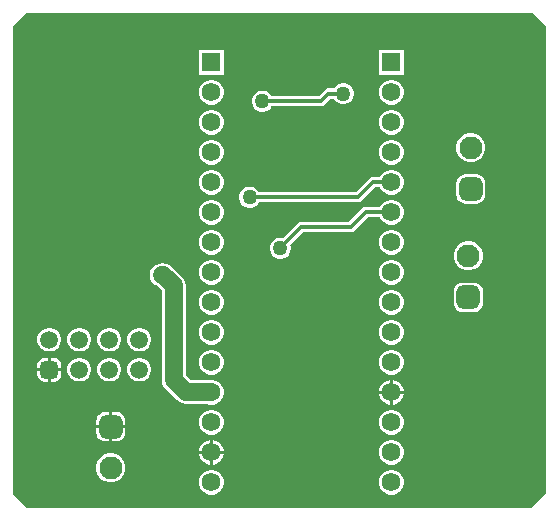
<source format=gbl>
G04*
G04 #@! TF.GenerationSoftware,Altium Limited,Altium Designer,25.6.2 (33)*
G04*
G04 Layer_Physical_Order=2*
G04 Layer_Color=16711680*
%FSLAX44Y44*%
%MOMM*%
G71*
G04*
G04 #@! TF.SameCoordinates,E10141E4-A060-4BB7-8850-C9F2C3C4F881*
G04*
G04*
G04 #@! TF.FilePolarity,Positive*
G04*
G01*
G75*
%ADD23R,1.5900X1.5900*%
%ADD24C,1.5900*%
%ADD30C,0.3500*%
%ADD31C,1.5000*%
%ADD35C,1.9500*%
G04:AMPARAMS|DCode=36|XSize=1.95mm|YSize=1.95mm|CornerRadius=0.4875mm|HoleSize=0mm|Usage=FLASHONLY|Rotation=90.000|XOffset=0mm|YOffset=0mm|HoleType=Round|Shape=RoundedRectangle|*
%AMROUNDEDRECTD36*
21,1,1.9500,0.9750,0,0,90.0*
21,1,0.9750,1.9500,0,0,90.0*
1,1,0.9750,0.4875,0.4875*
1,1,0.9750,0.4875,-0.4875*
1,1,0.9750,-0.4875,-0.4875*
1,1,0.9750,-0.4875,0.4875*
%
%ADD36ROUNDEDRECTD36*%
%ADD37C,1.5000*%
G04:AMPARAMS|DCode=38|XSize=1.5mm|YSize=1.5mm|CornerRadius=0.375mm|HoleSize=0mm|Usage=FLASHONLY|Rotation=0.000|XOffset=0mm|YOffset=0mm|HoleType=Round|Shape=RoundedRectangle|*
%AMROUNDEDRECTD38*
21,1,1.5000,0.7500,0,0,0.0*
21,1,0.7500,1.5000,0,0,0.0*
1,1,0.7500,0.3750,-0.3750*
1,1,0.7500,-0.3750,-0.3750*
1,1,0.7500,-0.3750,0.3750*
1,1,0.7500,0.3750,0.3750*
%
%ADD38ROUNDEDRECTD38*%
%ADD39C,1.2700*%
G36*
X1351280Y1029970D02*
Y635000D01*
X1338580Y622300D01*
X911860D01*
X900430Y633730D01*
Y1029970D01*
X911860Y1041400D01*
X1339850D01*
X1351280Y1029970D01*
D02*
G37*
%LPC*%
G36*
X1230960Y1009980D02*
X1209980D01*
Y989000D01*
X1230960D01*
Y1009980D01*
D02*
G37*
G36*
X1078560D02*
X1057580D01*
Y989000D01*
X1078560D01*
Y1009980D01*
D02*
G37*
G36*
X1181000Y981710D02*
X1178660D01*
X1176399Y981104D01*
X1174371Y979934D01*
X1172716Y978279D01*
X1172090Y977194D01*
X1167130D01*
X1165456Y976861D01*
X1164037Y975913D01*
X1158968Y970844D01*
X1118990D01*
X1118364Y971929D01*
X1116709Y973584D01*
X1114681Y974754D01*
X1112420Y975360D01*
X1110080D01*
X1107819Y974754D01*
X1105791Y973584D01*
X1104136Y971929D01*
X1102966Y969901D01*
X1102360Y967640D01*
Y965300D01*
X1102966Y963039D01*
X1104136Y961011D01*
X1105791Y959356D01*
X1107819Y958186D01*
X1110080Y957580D01*
X1112420D01*
X1114681Y958186D01*
X1116709Y959356D01*
X1118364Y961011D01*
X1118990Y962096D01*
X1160780D01*
X1162454Y962429D01*
X1163873Y963377D01*
X1168942Y968446D01*
X1172090D01*
X1172716Y967361D01*
X1174371Y965706D01*
X1176399Y964536D01*
X1178660Y963930D01*
X1181000D01*
X1183261Y964536D01*
X1185289Y965706D01*
X1186944Y967361D01*
X1188114Y969389D01*
X1188720Y971650D01*
Y973990D01*
X1188114Y976251D01*
X1186944Y978279D01*
X1185289Y979934D01*
X1183261Y981104D01*
X1181000Y981710D01*
D02*
G37*
G36*
X1221851Y984580D02*
X1219089D01*
X1216421Y983865D01*
X1214029Y982484D01*
X1212076Y980531D01*
X1210695Y978139D01*
X1209980Y975471D01*
Y972709D01*
X1210695Y970041D01*
X1212076Y967649D01*
X1214029Y965696D01*
X1216421Y964315D01*
X1219089Y963600D01*
X1221851D01*
X1224519Y964315D01*
X1226911Y965696D01*
X1228864Y967649D01*
X1230245Y970041D01*
X1230960Y972709D01*
Y975471D01*
X1230245Y978139D01*
X1228864Y980531D01*
X1226911Y982484D01*
X1224519Y983865D01*
X1221851Y984580D01*
D02*
G37*
G36*
X1069451D02*
X1066689D01*
X1064021Y983865D01*
X1061629Y982484D01*
X1059676Y980531D01*
X1058295Y978139D01*
X1057580Y975471D01*
Y972709D01*
X1058295Y970041D01*
X1059676Y967649D01*
X1061629Y965696D01*
X1064021Y964315D01*
X1066689Y963600D01*
X1069451D01*
X1072119Y964315D01*
X1074511Y965696D01*
X1076464Y967649D01*
X1077845Y970041D01*
X1078560Y972709D01*
Y975471D01*
X1077845Y978139D01*
X1076464Y980531D01*
X1074511Y982484D01*
X1072119Y983865D01*
X1069451Y984580D01*
D02*
G37*
G36*
X1221851Y959180D02*
X1219089D01*
X1216421Y958465D01*
X1214029Y957084D01*
X1212076Y955131D01*
X1210695Y952739D01*
X1209980Y950071D01*
Y947309D01*
X1210695Y944641D01*
X1212076Y942249D01*
X1214029Y940296D01*
X1216421Y938915D01*
X1219089Y938200D01*
X1221851D01*
X1224519Y938915D01*
X1226911Y940296D01*
X1228864Y942249D01*
X1230245Y944641D01*
X1230960Y947309D01*
Y950071D01*
X1230245Y952739D01*
X1228864Y955131D01*
X1226911Y957084D01*
X1224519Y958465D01*
X1221851Y959180D01*
D02*
G37*
G36*
X1069451D02*
X1066689D01*
X1064021Y958465D01*
X1061629Y957084D01*
X1059676Y955131D01*
X1058295Y952739D01*
X1057580Y950071D01*
Y947309D01*
X1058295Y944641D01*
X1059676Y942249D01*
X1061629Y940296D01*
X1064021Y938915D01*
X1066689Y938200D01*
X1069451D01*
X1072119Y938915D01*
X1074511Y940296D01*
X1076464Y942249D01*
X1077845Y944641D01*
X1078560Y947309D01*
Y950071D01*
X1077845Y952739D01*
X1076464Y955131D01*
X1074511Y957084D01*
X1072119Y958465D01*
X1069451Y959180D01*
D02*
G37*
G36*
X1289398Y939390D02*
X1286162D01*
X1283036Y938552D01*
X1280234Y936934D01*
X1277946Y934646D01*
X1276328Y931844D01*
X1275490Y928718D01*
Y925482D01*
X1276328Y922356D01*
X1277946Y919554D01*
X1280234Y917266D01*
X1283036Y915648D01*
X1286162Y914810D01*
X1289398D01*
X1292524Y915648D01*
X1295326Y917266D01*
X1297614Y919554D01*
X1299232Y922356D01*
X1300070Y925482D01*
Y928718D01*
X1299232Y931844D01*
X1297614Y934646D01*
X1295326Y936934D01*
X1292524Y938552D01*
X1289398Y939390D01*
D02*
G37*
G36*
X1221851Y933780D02*
X1219089D01*
X1216421Y933065D01*
X1214029Y931684D01*
X1212076Y929731D01*
X1210695Y927339D01*
X1209980Y924671D01*
Y921909D01*
X1210695Y919241D01*
X1212076Y916849D01*
X1214029Y914896D01*
X1216421Y913515D01*
X1219089Y912800D01*
X1221851D01*
X1224519Y913515D01*
X1226911Y914896D01*
X1228864Y916849D01*
X1230245Y919241D01*
X1230960Y921909D01*
Y924671D01*
X1230245Y927339D01*
X1228864Y929731D01*
X1226911Y931684D01*
X1224519Y933065D01*
X1221851Y933780D01*
D02*
G37*
G36*
X1069451D02*
X1066689D01*
X1064021Y933065D01*
X1061629Y931684D01*
X1059676Y929731D01*
X1058295Y927339D01*
X1057580Y924671D01*
Y921909D01*
X1058295Y919241D01*
X1059676Y916849D01*
X1061629Y914896D01*
X1064021Y913515D01*
X1066689Y912800D01*
X1069451D01*
X1072119Y913515D01*
X1074511Y914896D01*
X1076464Y916849D01*
X1077845Y919241D01*
X1078560Y921909D01*
Y924671D01*
X1077845Y927339D01*
X1076464Y929731D01*
X1074511Y931684D01*
X1072119Y933065D01*
X1069451Y933780D01*
D02*
G37*
G36*
X1221851Y908380D02*
X1219089D01*
X1216421Y907665D01*
X1214029Y906284D01*
X1212076Y904331D01*
X1210882Y902264D01*
X1205230D01*
X1203556Y901931D01*
X1202137Y900983D01*
X1190718Y889564D01*
X1108299D01*
X1107673Y890649D01*
X1106018Y892304D01*
X1103991Y893474D01*
X1101730Y894080D01*
X1099389D01*
X1097128Y893474D01*
X1095101Y892304D01*
X1093446Y890649D01*
X1092275Y888621D01*
X1091669Y886360D01*
Y884020D01*
X1092275Y881759D01*
X1093446Y879731D01*
X1095101Y878076D01*
X1097128Y876906D01*
X1099389Y876300D01*
X1101730D01*
X1103991Y876906D01*
X1106018Y878076D01*
X1107673Y879731D01*
X1108299Y880816D01*
X1192530D01*
X1194204Y881149D01*
X1195623Y882097D01*
X1207042Y893516D01*
X1210882D01*
X1212076Y891449D01*
X1214029Y889496D01*
X1216421Y888115D01*
X1219089Y887400D01*
X1221851D01*
X1224519Y888115D01*
X1226911Y889496D01*
X1228864Y891449D01*
X1230245Y893841D01*
X1230960Y896509D01*
Y899271D01*
X1230245Y901939D01*
X1228864Y904331D01*
X1226911Y906284D01*
X1224519Y907665D01*
X1221851Y908380D01*
D02*
G37*
G36*
X1069451D02*
X1066689D01*
X1064021Y907665D01*
X1061629Y906284D01*
X1059676Y904331D01*
X1058295Y901939D01*
X1057580Y899271D01*
Y896509D01*
X1058295Y893841D01*
X1059676Y891449D01*
X1061629Y889496D01*
X1064021Y888115D01*
X1066689Y887400D01*
X1069451D01*
X1072119Y888115D01*
X1074511Y889496D01*
X1076464Y891449D01*
X1077845Y893841D01*
X1078560Y896509D01*
Y899271D01*
X1077845Y901939D01*
X1076464Y904331D01*
X1074511Y906284D01*
X1072119Y907665D01*
X1069451Y908380D01*
D02*
G37*
G36*
X1292655Y904454D02*
X1282905D01*
X1280969Y904199D01*
X1279165Y903452D01*
X1277617Y902263D01*
X1276428Y900714D01*
X1275681Y898911D01*
X1275426Y896975D01*
Y887225D01*
X1275681Y885289D01*
X1276428Y883485D01*
X1277617Y881937D01*
X1279165Y880748D01*
X1280969Y880001D01*
X1282905Y879746D01*
X1292655D01*
X1294591Y880001D01*
X1296395Y880748D01*
X1297943Y881937D01*
X1299132Y883485D01*
X1299879Y885289D01*
X1300134Y887225D01*
Y896975D01*
X1299879Y898911D01*
X1299132Y900714D01*
X1297943Y902263D01*
X1296395Y903452D01*
X1294591Y904199D01*
X1292655Y904454D01*
D02*
G37*
G36*
X1221851Y882980D02*
X1219089D01*
X1216421Y882265D01*
X1214029Y880884D01*
X1212076Y878931D01*
X1210882Y876864D01*
X1198880D01*
X1197206Y876531D01*
X1195787Y875583D01*
X1184368Y864164D01*
X1144270D01*
X1142596Y863831D01*
X1141177Y862883D01*
X1128870Y850576D01*
X1127660Y850900D01*
X1125320D01*
X1123059Y850294D01*
X1121031Y849124D01*
X1119376Y847469D01*
X1118206Y845441D01*
X1117600Y843180D01*
Y840840D01*
X1118206Y838579D01*
X1119376Y836551D01*
X1121031Y834896D01*
X1123059Y833726D01*
X1125320Y833120D01*
X1127660D01*
X1129921Y833726D01*
X1131949Y834896D01*
X1133604Y836551D01*
X1134774Y838579D01*
X1135380Y840840D01*
Y843180D01*
X1135056Y844390D01*
X1146082Y855416D01*
X1186180D01*
X1187854Y855749D01*
X1189273Y856697D01*
X1200692Y868116D01*
X1210882D01*
X1212076Y866049D01*
X1214029Y864096D01*
X1216421Y862715D01*
X1219089Y862000D01*
X1221851D01*
X1224519Y862715D01*
X1226911Y864096D01*
X1228864Y866049D01*
X1230245Y868441D01*
X1230960Y871109D01*
Y873871D01*
X1230245Y876539D01*
X1228864Y878931D01*
X1226911Y880884D01*
X1224519Y882265D01*
X1221851Y882980D01*
D02*
G37*
G36*
X1069451D02*
X1066689D01*
X1064021Y882265D01*
X1061629Y880884D01*
X1059676Y878931D01*
X1058295Y876539D01*
X1057580Y873871D01*
Y871109D01*
X1058295Y868441D01*
X1059676Y866049D01*
X1061629Y864096D01*
X1064021Y862715D01*
X1066689Y862000D01*
X1069451D01*
X1072119Y862715D01*
X1074511Y864096D01*
X1076464Y866049D01*
X1077845Y868441D01*
X1078560Y871109D01*
Y873871D01*
X1077845Y876539D01*
X1076464Y878931D01*
X1074511Y880884D01*
X1072119Y882265D01*
X1069451Y882980D01*
D02*
G37*
G36*
X1221851Y857580D02*
X1219089D01*
X1216421Y856865D01*
X1214029Y855484D01*
X1212076Y853531D01*
X1210695Y851139D01*
X1209980Y848471D01*
Y845709D01*
X1210695Y843041D01*
X1212076Y840649D01*
X1214029Y838696D01*
X1216421Y837315D01*
X1219089Y836600D01*
X1221851D01*
X1224519Y837315D01*
X1226911Y838696D01*
X1228864Y840649D01*
X1230245Y843041D01*
X1230960Y845709D01*
Y848471D01*
X1230245Y851139D01*
X1228864Y853531D01*
X1226911Y855484D01*
X1224519Y856865D01*
X1221851Y857580D01*
D02*
G37*
G36*
X1069451D02*
X1066689D01*
X1064021Y856865D01*
X1061629Y855484D01*
X1059676Y853531D01*
X1058295Y851139D01*
X1057580Y848471D01*
Y845709D01*
X1058295Y843041D01*
X1059676Y840649D01*
X1061629Y838696D01*
X1064021Y837315D01*
X1066689Y836600D01*
X1069451D01*
X1072119Y837315D01*
X1074511Y838696D01*
X1076464Y840649D01*
X1077845Y843041D01*
X1078560Y845709D01*
Y848471D01*
X1077845Y851139D01*
X1076464Y853531D01*
X1074511Y855484D01*
X1072119Y856865D01*
X1069451Y857580D01*
D02*
G37*
G36*
X1287318Y847670D02*
X1284082D01*
X1280956Y846832D01*
X1278154Y845214D01*
X1275865Y842926D01*
X1274248Y840124D01*
X1273410Y836998D01*
Y833762D01*
X1274248Y830636D01*
X1275865Y827834D01*
X1278154Y825546D01*
X1280956Y823928D01*
X1284082Y823090D01*
X1287318D01*
X1290444Y823928D01*
X1293246Y825546D01*
X1295534Y827834D01*
X1297152Y830636D01*
X1297990Y833762D01*
Y836998D01*
X1297152Y840124D01*
X1295534Y842926D01*
X1293246Y845214D01*
X1290444Y846832D01*
X1287318Y847670D01*
D02*
G37*
G36*
X1221851Y832180D02*
X1219089D01*
X1216421Y831465D01*
X1214029Y830084D01*
X1212076Y828131D01*
X1210695Y825739D01*
X1209980Y823071D01*
Y820309D01*
X1210695Y817641D01*
X1212076Y815249D01*
X1214029Y813296D01*
X1216421Y811915D01*
X1219089Y811200D01*
X1221851D01*
X1224519Y811915D01*
X1226911Y813296D01*
X1228864Y815249D01*
X1230245Y817641D01*
X1230960Y820309D01*
Y823071D01*
X1230245Y825739D01*
X1228864Y828131D01*
X1226911Y830084D01*
X1224519Y831465D01*
X1221851Y832180D01*
D02*
G37*
G36*
X1069451D02*
X1066689D01*
X1064021Y831465D01*
X1061629Y830084D01*
X1059676Y828131D01*
X1058295Y825739D01*
X1057580Y823071D01*
Y820309D01*
X1058295Y817641D01*
X1059676Y815249D01*
X1061629Y813296D01*
X1064021Y811915D01*
X1066689Y811200D01*
X1069451D01*
X1072119Y811915D01*
X1074511Y813296D01*
X1076464Y815249D01*
X1077845Y817641D01*
X1078560Y820309D01*
Y823071D01*
X1077845Y825739D01*
X1076464Y828131D01*
X1074511Y830084D01*
X1072119Y831465D01*
X1069451Y832180D01*
D02*
G37*
G36*
X1290575Y812734D02*
X1280825D01*
X1278889Y812479D01*
X1277085Y811732D01*
X1275537Y810543D01*
X1274348Y808995D01*
X1273601Y807191D01*
X1273346Y805255D01*
Y795505D01*
X1273601Y793569D01*
X1274348Y791766D01*
X1275537Y790217D01*
X1277085Y789028D01*
X1278889Y788281D01*
X1280825Y788026D01*
X1290575D01*
X1292511Y788281D01*
X1294315Y789028D01*
X1295863Y790217D01*
X1297052Y791766D01*
X1297799Y793569D01*
X1298054Y795505D01*
Y805255D01*
X1297799Y807191D01*
X1297052Y808995D01*
X1295863Y810543D01*
X1294315Y811732D01*
X1292511Y812479D01*
X1290575Y812734D01*
D02*
G37*
G36*
X1221851Y806780D02*
X1219089D01*
X1216421Y806065D01*
X1214029Y804684D01*
X1212076Y802731D01*
X1210695Y800339D01*
X1209980Y797671D01*
Y794909D01*
X1210695Y792241D01*
X1212076Y789849D01*
X1214029Y787896D01*
X1216421Y786515D01*
X1219089Y785800D01*
X1221851D01*
X1224519Y786515D01*
X1226911Y787896D01*
X1228864Y789849D01*
X1230245Y792241D01*
X1230960Y794909D01*
Y797671D01*
X1230245Y800339D01*
X1228864Y802731D01*
X1226911Y804684D01*
X1224519Y806065D01*
X1221851Y806780D01*
D02*
G37*
G36*
X1069451D02*
X1066689D01*
X1064021Y806065D01*
X1061629Y804684D01*
X1059676Y802731D01*
X1058295Y800339D01*
X1057580Y797671D01*
Y794909D01*
X1058295Y792241D01*
X1059676Y789849D01*
X1061629Y787896D01*
X1064021Y786515D01*
X1066689Y785800D01*
X1069451D01*
X1072119Y786515D01*
X1074511Y787896D01*
X1076464Y789849D01*
X1077845Y792241D01*
X1078560Y794909D01*
Y797671D01*
X1077845Y800339D01*
X1076464Y802731D01*
X1074511Y804684D01*
X1072119Y806065D01*
X1069451Y806780D01*
D02*
G37*
G36*
X1221851Y781380D02*
X1219089D01*
X1216421Y780665D01*
X1214029Y779284D01*
X1212076Y777331D01*
X1210695Y774939D01*
X1209980Y772271D01*
Y769509D01*
X1210695Y766841D01*
X1212076Y764449D01*
X1214029Y762496D01*
X1216421Y761115D01*
X1219089Y760400D01*
X1221851D01*
X1224519Y761115D01*
X1226911Y762496D01*
X1228864Y764449D01*
X1230245Y766841D01*
X1230960Y769509D01*
Y772271D01*
X1230245Y774939D01*
X1228864Y777331D01*
X1226911Y779284D01*
X1224519Y780665D01*
X1221851Y781380D01*
D02*
G37*
G36*
X1069451D02*
X1066689D01*
X1064021Y780665D01*
X1061629Y779284D01*
X1059676Y777331D01*
X1058295Y774939D01*
X1057580Y772271D01*
Y769509D01*
X1058295Y766841D01*
X1059676Y764449D01*
X1061629Y762496D01*
X1064021Y761115D01*
X1066689Y760400D01*
X1069451D01*
X1072119Y761115D01*
X1074511Y762496D01*
X1076464Y764449D01*
X1077845Y766841D01*
X1078560Y769509D01*
Y772271D01*
X1077845Y774939D01*
X1076464Y777331D01*
X1074511Y779284D01*
X1072119Y780665D01*
X1069451Y781380D01*
D02*
G37*
G36*
X1008432Y774580D02*
X1005788D01*
X1003235Y773896D01*
X1000945Y772574D01*
X999076Y770705D01*
X997754Y768415D01*
X997070Y765862D01*
Y763218D01*
X997754Y760665D01*
X999076Y758375D01*
X1000945Y756506D01*
X1003235Y755184D01*
X1005788Y754500D01*
X1008432D01*
X1010985Y755184D01*
X1013275Y756506D01*
X1015144Y758375D01*
X1016466Y760665D01*
X1017150Y763218D01*
Y765862D01*
X1016466Y768415D01*
X1015144Y770705D01*
X1013275Y772574D01*
X1010985Y773896D01*
X1008432Y774580D01*
D02*
G37*
G36*
X983032D02*
X980388D01*
X977835Y773896D01*
X975545Y772574D01*
X973676Y770705D01*
X972354Y768415D01*
X971670Y765862D01*
Y763218D01*
X972354Y760665D01*
X973676Y758375D01*
X975545Y756506D01*
X977835Y755184D01*
X980388Y754500D01*
X983032D01*
X985585Y755184D01*
X987875Y756506D01*
X989744Y758375D01*
X991066Y760665D01*
X991750Y763218D01*
Y765862D01*
X991066Y768415D01*
X989744Y770705D01*
X987875Y772574D01*
X985585Y773896D01*
X983032Y774580D01*
D02*
G37*
G36*
X957632D02*
X954988D01*
X952435Y773896D01*
X950145Y772574D01*
X948276Y770705D01*
X946954Y768415D01*
X946270Y765862D01*
Y763218D01*
X946954Y760665D01*
X948276Y758375D01*
X950145Y756506D01*
X952435Y755184D01*
X954988Y754500D01*
X957632D01*
X960185Y755184D01*
X962475Y756506D01*
X964344Y758375D01*
X965666Y760665D01*
X966350Y763218D01*
Y765862D01*
X965666Y768415D01*
X964344Y770705D01*
X962475Y772574D01*
X960185Y773896D01*
X957632Y774580D01*
D02*
G37*
G36*
X932232D02*
X929588D01*
X927035Y773896D01*
X924745Y772574D01*
X922876Y770705D01*
X921554Y768415D01*
X920870Y765862D01*
Y763218D01*
X921554Y760665D01*
X922876Y758375D01*
X924745Y756506D01*
X927035Y755184D01*
X929588Y754500D01*
X932232D01*
X934785Y755184D01*
X937075Y756506D01*
X938944Y758375D01*
X940266Y760665D01*
X940950Y763218D01*
Y765862D01*
X940266Y768415D01*
X938944Y770705D01*
X937075Y772574D01*
X934785Y773896D01*
X932232Y774580D01*
D02*
G37*
G36*
X934660Y749303D02*
X932180D01*
Y740410D01*
X941073D01*
Y742890D01*
X940585Y745344D01*
X939195Y747425D01*
X937114Y748815D01*
X934660Y749303D01*
D02*
G37*
G36*
X929640D02*
X927160D01*
X924706Y748815D01*
X922625Y747425D01*
X921235Y745344D01*
X920747Y742890D01*
Y740410D01*
X929640D01*
Y749303D01*
D02*
G37*
G36*
X1221851Y755980D02*
X1219089D01*
X1216421Y755265D01*
X1214029Y753884D01*
X1212076Y751931D01*
X1210695Y749539D01*
X1209980Y746871D01*
Y744109D01*
X1210695Y741441D01*
X1212076Y739049D01*
X1214029Y737096D01*
X1216421Y735715D01*
X1219089Y735000D01*
X1221851D01*
X1224519Y735715D01*
X1226911Y737096D01*
X1228864Y739049D01*
X1230245Y741441D01*
X1230960Y744109D01*
Y746871D01*
X1230245Y749539D01*
X1228864Y751931D01*
X1226911Y753884D01*
X1224519Y755265D01*
X1221851Y755980D01*
D02*
G37*
G36*
X1069451D02*
X1066689D01*
X1064021Y755265D01*
X1061629Y753884D01*
X1059676Y751931D01*
X1058295Y749539D01*
X1057580Y746871D01*
Y744109D01*
X1058295Y741441D01*
X1059676Y739049D01*
X1061629Y737096D01*
X1064021Y735715D01*
X1066689Y735000D01*
X1069451D01*
X1072119Y735715D01*
X1074511Y737096D01*
X1076464Y739049D01*
X1077845Y741441D01*
X1078560Y744109D01*
Y746871D01*
X1077845Y749539D01*
X1076464Y751931D01*
X1074511Y753884D01*
X1072119Y755265D01*
X1069451Y755980D01*
D02*
G37*
G36*
X1008432Y749180D02*
X1005788D01*
X1003235Y748496D01*
X1000945Y747174D01*
X999076Y745305D01*
X997754Y743015D01*
X997070Y740462D01*
Y737818D01*
X997754Y735265D01*
X999076Y732975D01*
X1000945Y731106D01*
X1003235Y729784D01*
X1005788Y729100D01*
X1008432D01*
X1010985Y729784D01*
X1013275Y731106D01*
X1015144Y732975D01*
X1016466Y735265D01*
X1017150Y737818D01*
Y740462D01*
X1016466Y743015D01*
X1015144Y745305D01*
X1013275Y747174D01*
X1010985Y748496D01*
X1008432Y749180D01*
D02*
G37*
G36*
X983032D02*
X980388D01*
X977835Y748496D01*
X975545Y747174D01*
X973676Y745305D01*
X972354Y743015D01*
X971670Y740462D01*
Y737818D01*
X972354Y735265D01*
X973676Y732975D01*
X975545Y731106D01*
X977835Y729784D01*
X980388Y729100D01*
X983032D01*
X985585Y729784D01*
X987875Y731106D01*
X989744Y732975D01*
X991066Y735265D01*
X991750Y737818D01*
Y740462D01*
X991066Y743015D01*
X989744Y745305D01*
X987875Y747174D01*
X985585Y748496D01*
X983032Y749180D01*
D02*
G37*
G36*
X957632D02*
X954988D01*
X952435Y748496D01*
X950145Y747174D01*
X948276Y745305D01*
X946954Y743015D01*
X946270Y740462D01*
Y737818D01*
X946954Y735265D01*
X948276Y732975D01*
X950145Y731106D01*
X952435Y729784D01*
X954988Y729100D01*
X957632D01*
X960185Y729784D01*
X962475Y731106D01*
X964344Y732975D01*
X965666Y735265D01*
X966350Y737818D01*
Y740462D01*
X965666Y743015D01*
X964344Y745305D01*
X962475Y747174D01*
X960185Y748496D01*
X957632Y749180D01*
D02*
G37*
G36*
X941073Y737870D02*
X932180D01*
Y728977D01*
X934660D01*
X937114Y729465D01*
X939195Y730855D01*
X940585Y732936D01*
X941073Y735390D01*
Y737870D01*
D02*
G37*
G36*
X929640D02*
X920747D01*
Y735390D01*
X921235Y732936D01*
X922625Y730855D01*
X924706Y729465D01*
X927160Y728977D01*
X929640D01*
Y737870D01*
D02*
G37*
G36*
X1221851Y730580D02*
X1221740D01*
Y721360D01*
X1230960D01*
Y721471D01*
X1230245Y724139D01*
X1228864Y726531D01*
X1226911Y728484D01*
X1224519Y729865D01*
X1221851Y730580D01*
D02*
G37*
G36*
X1219200D02*
X1219089D01*
X1216421Y729865D01*
X1214029Y728484D01*
X1212076Y726531D01*
X1210695Y724139D01*
X1209980Y721471D01*
Y721360D01*
X1219200D01*
Y730580D01*
D02*
G37*
G36*
X1230960Y718820D02*
X1221740D01*
Y709600D01*
X1221851D01*
X1224519Y710315D01*
X1226911Y711696D01*
X1228864Y713649D01*
X1230245Y716041D01*
X1230960Y718709D01*
Y718820D01*
D02*
G37*
G36*
X1219200D02*
X1209980D01*
Y718709D01*
X1210695Y716041D01*
X1212076Y713649D01*
X1214029Y711696D01*
X1216421Y710315D01*
X1219089Y709600D01*
X1219200D01*
Y718820D01*
D02*
G37*
G36*
X1027533Y829277D02*
X1027533Y829277D01*
X1026160D01*
X1023539Y828932D01*
X1021097Y827920D01*
X1018999Y826311D01*
X1017390Y824213D01*
X1016378Y821771D01*
X1016033Y819150D01*
X1016378Y816529D01*
X1017390Y814087D01*
X1018999Y811989D01*
X1021097Y810380D01*
X1022608Y809754D01*
X1026193Y806169D01*
Y730250D01*
X1026193Y730250D01*
X1026498Y727934D01*
X1026538Y727629D01*
X1027550Y725187D01*
X1029159Y723089D01*
X1039147Y713102D01*
X1039147Y713102D01*
X1041245Y711492D01*
X1043687Y710481D01*
X1046308Y710136D01*
X1064690D01*
X1066689Y709600D01*
X1069451D01*
X1072119Y710315D01*
X1074511Y711696D01*
X1076464Y713649D01*
X1077845Y716041D01*
X1078560Y718709D01*
Y721471D01*
X1077845Y724139D01*
X1076464Y726531D01*
X1074511Y728484D01*
X1072119Y729865D01*
X1069451Y730580D01*
X1066689D01*
X1065975Y730389D01*
X1050502D01*
X1046447Y734445D01*
Y810363D01*
X1046447Y810363D01*
X1046142Y812679D01*
X1046102Y812984D01*
X1045683Y813996D01*
X1045090Y815426D01*
X1044715Y815915D01*
X1043481Y817524D01*
X1043481Y817524D01*
X1034694Y826311D01*
X1032597Y827920D01*
X1030154Y828932D01*
X1029849Y828972D01*
X1027533Y829277D01*
D02*
G37*
G36*
X987855Y703234D02*
X984250D01*
Y692150D01*
X995334D01*
Y695755D01*
X995079Y697691D01*
X994332Y699494D01*
X993143Y701043D01*
X991594Y702232D01*
X989791Y702979D01*
X987855Y703234D01*
D02*
G37*
G36*
X981710D02*
X978105D01*
X976169Y702979D01*
X974365Y702232D01*
X972817Y701043D01*
X971628Y699494D01*
X970881Y697691D01*
X970626Y695755D01*
Y692150D01*
X981710D01*
Y703234D01*
D02*
G37*
G36*
X1221851Y705180D02*
X1219089D01*
X1216421Y704465D01*
X1214029Y703084D01*
X1212076Y701131D01*
X1210695Y698739D01*
X1209980Y696071D01*
Y693309D01*
X1210695Y690641D01*
X1212076Y688249D01*
X1214029Y686296D01*
X1216421Y684915D01*
X1219089Y684200D01*
X1221851D01*
X1224519Y684915D01*
X1226911Y686296D01*
X1228864Y688249D01*
X1230245Y690641D01*
X1230960Y693309D01*
Y696071D01*
X1230245Y698739D01*
X1228864Y701131D01*
X1226911Y703084D01*
X1224519Y704465D01*
X1221851Y705180D01*
D02*
G37*
G36*
X1069451D02*
X1066689D01*
X1064021Y704465D01*
X1061629Y703084D01*
X1059676Y701131D01*
X1058295Y698739D01*
X1057580Y696071D01*
Y693309D01*
X1058295Y690641D01*
X1059676Y688249D01*
X1061629Y686296D01*
X1064021Y684915D01*
X1066689Y684200D01*
X1069451D01*
X1072119Y684915D01*
X1074511Y686296D01*
X1076464Y688249D01*
X1077845Y690641D01*
X1078560Y693309D01*
Y696071D01*
X1077845Y698739D01*
X1076464Y701131D01*
X1074511Y703084D01*
X1072119Y704465D01*
X1069451Y705180D01*
D02*
G37*
G36*
X995334Y689610D02*
X984250D01*
Y678526D01*
X987855D01*
X989791Y678781D01*
X991594Y679528D01*
X993143Y680717D01*
X994332Y682265D01*
X995079Y684069D01*
X995334Y686005D01*
Y689610D01*
D02*
G37*
G36*
X981710D02*
X970626D01*
Y686005D01*
X970881Y684069D01*
X971628Y682265D01*
X972817Y680717D01*
X974365Y679528D01*
X976169Y678781D01*
X978105Y678526D01*
X981710D01*
Y689610D01*
D02*
G37*
G36*
X1069451Y679780D02*
X1069340D01*
Y670560D01*
X1078560D01*
Y670671D01*
X1077845Y673339D01*
X1076464Y675731D01*
X1074511Y677684D01*
X1072119Y679065D01*
X1069451Y679780D01*
D02*
G37*
G36*
X1066800D02*
X1066689D01*
X1064021Y679065D01*
X1061629Y677684D01*
X1059676Y675731D01*
X1058295Y673339D01*
X1057580Y670671D01*
Y670560D01*
X1066800D01*
Y679780D01*
D02*
G37*
G36*
X1221851D02*
X1219089D01*
X1216421Y679065D01*
X1214029Y677684D01*
X1212076Y675731D01*
X1210695Y673339D01*
X1209980Y670671D01*
Y667909D01*
X1210695Y665241D01*
X1212076Y662849D01*
X1214029Y660896D01*
X1216421Y659515D01*
X1219089Y658800D01*
X1221851D01*
X1224519Y659515D01*
X1226911Y660896D01*
X1228864Y662849D01*
X1230245Y665241D01*
X1230960Y667909D01*
Y670671D01*
X1230245Y673339D01*
X1228864Y675731D01*
X1226911Y677684D01*
X1224519Y679065D01*
X1221851Y679780D01*
D02*
G37*
G36*
X1078560Y668020D02*
X1069340D01*
Y658800D01*
X1069451D01*
X1072119Y659515D01*
X1074511Y660896D01*
X1076464Y662849D01*
X1077845Y665241D01*
X1078560Y667909D01*
Y668020D01*
D02*
G37*
G36*
X1066800D02*
X1057580D01*
Y667909D01*
X1058295Y665241D01*
X1059676Y662849D01*
X1061629Y660896D01*
X1064021Y659515D01*
X1066689Y658800D01*
X1066800D01*
Y668020D01*
D02*
G37*
G36*
X984598Y668170D02*
X981362D01*
X978236Y667333D01*
X975434Y665714D01*
X973146Y663426D01*
X971527Y660624D01*
X970690Y657498D01*
Y654262D01*
X971527Y651136D01*
X973146Y648334D01*
X975434Y646046D01*
X978236Y644428D01*
X981362Y643590D01*
X984598D01*
X987724Y644428D01*
X990526Y646046D01*
X992814Y648334D01*
X994433Y651136D01*
X995270Y654262D01*
Y657498D01*
X994433Y660624D01*
X992814Y663426D01*
X990526Y665714D01*
X987724Y667333D01*
X984598Y668170D01*
D02*
G37*
G36*
X1221851Y654380D02*
X1219089D01*
X1216421Y653665D01*
X1214029Y652284D01*
X1212076Y650331D01*
X1210695Y647939D01*
X1209980Y645271D01*
Y642509D01*
X1210695Y639841D01*
X1212076Y637449D01*
X1214029Y635496D01*
X1216421Y634115D01*
X1219089Y633400D01*
X1221851D01*
X1224519Y634115D01*
X1226911Y635496D01*
X1228864Y637449D01*
X1230245Y639841D01*
X1230960Y642509D01*
Y645271D01*
X1230245Y647939D01*
X1228864Y650331D01*
X1226911Y652284D01*
X1224519Y653665D01*
X1221851Y654380D01*
D02*
G37*
G36*
X1069451D02*
X1066689D01*
X1064021Y653665D01*
X1061629Y652284D01*
X1059676Y650331D01*
X1058295Y647939D01*
X1057580Y645271D01*
Y642509D01*
X1058295Y639841D01*
X1059676Y637449D01*
X1061629Y635496D01*
X1064021Y634115D01*
X1066689Y633400D01*
X1069451D01*
X1072119Y634115D01*
X1074511Y635496D01*
X1076464Y637449D01*
X1077845Y639841D01*
X1078560Y642509D01*
Y645271D01*
X1077845Y647939D01*
X1076464Y650331D01*
X1074511Y652284D01*
X1072119Y653665D01*
X1069451Y654380D01*
D02*
G37*
%LPD*%
D23*
X1220470Y999490D02*
D03*
X1068070D02*
D03*
D24*
X1220470Y974090D02*
D03*
Y948690D02*
D03*
Y923290D02*
D03*
Y897890D02*
D03*
Y872490D02*
D03*
Y847090D02*
D03*
Y821690D02*
D03*
Y796290D02*
D03*
Y770890D02*
D03*
Y745490D02*
D03*
Y720090D02*
D03*
Y694690D02*
D03*
Y669290D02*
D03*
Y643890D02*
D03*
X1068070Y974090D02*
D03*
Y948690D02*
D03*
Y923290D02*
D03*
Y897890D02*
D03*
Y872490D02*
D03*
Y847090D02*
D03*
Y821690D02*
D03*
Y796290D02*
D03*
Y770890D02*
D03*
Y745490D02*
D03*
Y720090D02*
D03*
Y694690D02*
D03*
Y669290D02*
D03*
Y643890D02*
D03*
D30*
X1167130Y972820D02*
X1179830D01*
X1111250Y966470D02*
X1160780D01*
X1167130Y972820D01*
X1144270Y859790D02*
X1186180D01*
X1198880Y872490D02*
X1220470D01*
X1186180Y859790D02*
X1198880Y872490D01*
X1126490Y842010D02*
X1144270Y859790D01*
X1205230Y897890D02*
X1220470D01*
X1192530Y885190D02*
X1205230Y897890D01*
X1100559Y885190D02*
X1192530D01*
D31*
X1026160Y819150D02*
X1027533D01*
X1036320Y810363D01*
Y730250D02*
Y810363D01*
Y730250D02*
X1046308Y720262D01*
X1067898D01*
X1068070Y720090D01*
D35*
X1287780Y927100D02*
D03*
X982980Y655880D02*
D03*
X1285700Y835380D02*
D03*
D36*
X1287780Y892100D02*
D03*
X982980Y690880D02*
D03*
X1285700Y800380D02*
D03*
D37*
X1007110Y764540D02*
D03*
X981710D02*
D03*
X1007110Y739140D02*
D03*
X981710D02*
D03*
X956310Y764540D02*
D03*
Y739140D02*
D03*
X930910Y764540D02*
D03*
D38*
Y739140D02*
D03*
D39*
X1179830Y972820D02*
D03*
X1026160Y819150D02*
D03*
X1111250Y966470D02*
D03*
X1100559Y885190D02*
D03*
X1126490Y842010D02*
D03*
M02*

</source>
